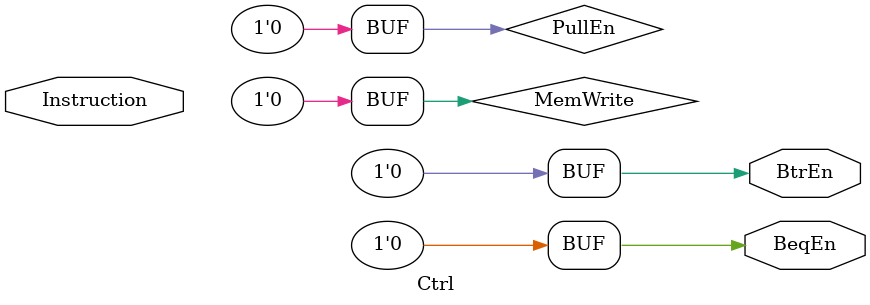
<source format=v>

module Ctrl (Instruction, BeqEn, BtrEn);


  input[ 8:0] Instruction;	   // machine code
  output reg BeqEn,
             BtrEn;

// jump on right shift that generates a zero
always@*
begin
  if(Instruction[8] == 1'b1) begin                  // create
    MovPullEn = 0;
    PullEn = 0;
    CrEn = 1;
    BeqEn = 0;
    BtrEn = 0;
    MemWrite = 0;
    RegWrEn = 1;
  end 
  else begin
    if(Instruction[7:4] ==  4'b0000) begin          // load
      MovPullEn = 0;
      PullEn = 0;
      CrEn = 0;
      BeqEn = 0;
      BtrEn = 0;
      MemWrite = 0;
      RegWrEn = 1;
    end 
    else if(Instruction[7:4] ==  4'b0001) begin     // mov
      MovPullEn = 1;
      PullEn = 0;
      CrEn = 0;
      BeqEn = 0;
      BtrEn = 0;
      MemWrite = 0;
      RegWrEn = 1;
    end 
    else if(Instruction[7:4] ==  4'b0010) begin     // pull
      MovPullEn = 1;
      PullEn = 1;
      CrEn = 0;
      BeqEn = 0;
      BtrEn = 0;
      MemWrite = 0;
      RegWrEn = 1;
    end 
    else if(Instruction[7:4] ==  4'b0011) begin     // store
      MovPullEn = 0;
      PullEn = 0;
      CrEn = 0;
      BeqEn = 0;
      BtrEn = 0;
      MemWrite = 1;
      RegWrEn = 0;
    end 
    else if(Instruction[7:4] ==  4'b0100) begin     // shift left
      MovPullEn = 0;
      PullEn = 0;
      CrEn = 0;
      BeqEn = 0;
      BtrEn = 0;
      MemWrite = 0;
      RegWrEn = 1;
    end 
    else if(Instruction[7:4] ==  4'b0101) begin     // shift right
      MovPullEn = 0;
      PullEn = 0;
      CrEn = 0;
      BeqEn = 0;
      BtrEn = 0;
      MemWrite = 0;
      RegWrEn = 1;
    end 
    else if(Instruction[7:4] ==  4'b0110) begin     // add
      MovPullEn = 0;
      PullEn = 0;
      CrEn = 0;
      BeqEn = 0;
      BtrEn = 0;
      MemWrite = 0;
      RegWrEn = 1;
    end 
    else if(Instruction[7:4] ==  4'b0111) begin     // add carry
      MovPullEn = 0;
      PullEn = 0;
      CrEn = 0;
      BeqEn = 0;
      BtrEn = 0;
      MemWrite = 0;
      RegWrEn = 1;
    end
    else if(Instruction[7:4] ==  4'b1000) begin     // sub
      MovPullEn = 0;
      PullEn = 0;
      CrEn = 0;
      BeqEn = 0;
      BtrEn = 0;
      MemWrite = 0;
      RegWrEn = 1;
    end 
    else if(Instruction[7:4] ==  4'b1001) begin     // sub carry
      MovPullEn = 0;
      PullEn = 0;
      CrEn = 0;
      BeqEn = 0;
      BtrEn = 0;
      MemWrite = 0;
      RegWrEn = 1;
    end 
    else if(Instruction[7:4] ==  4'b1010) begin     // branch equal
      MovPullEn = 0;
      PullEn = 0;
      CrEn = 0;
      BeqEn = 1;
      BtrEn = 0;
      MemWrite = 0;
      RegWrEn = 0;
    end  
    else if(Instruction[7:4] ==  4'b1011) begin     // branch true
      MovPullEn = 0;
      PullEn = 0;
      CrEn = 0;
      BeqEn = 0;
      BtrEn = 1;
      MemWrite = 0;
      RegWrEn = 0;
    end 
    else if(Instruction[7:4] ==  4'b1100) begin     // qreater than
      MovPullEn = 0;
      PullEn = 0;
      CrEn = 0;
      BeqEn = 0;
      BtrEn = 0;
      MemWrite = 0;
      RegWrEn = 1;
    end 
    else if(Instruction[7:4] ==  4'b1101) begin     // first bit
      MovPullEn = 0;
      PullEn = 0;
      CrEn = 0;
      BeqEn = 0;
      BtrEn = 0;
      MemWrite = 0;
      RegWrEn = 1;
    end 
    else if(Instruction[7:4] ==  4'b1110) begin     // last bit
      MovPullEn = 0;
      PullEn = 0;
      CrEn = 0;
      BeqEn = 0;
      BtrEn = 0;
      MemWrite = 0;
      RegWrEn = 1;
    end 
    else if(Instruction[7:4] ==  4'b1111) begin     // halt
      MovPullEn = 0;
      PullEn = 0;
      CrEn = 0;
      BeqEn = 0;
      BtrEn = 0;
      MemWrite = 0;
      RegWrEn = 0;
    end 
    else
      MovPullEn = 0;
      PullEn = 0;
      CrEn = 0;
      BeqEn = 0;
      BtrEn = 0;
      MemWrite = 0;
      RegWrEn = 0;
	end
	 
end


endmodule


</source>
